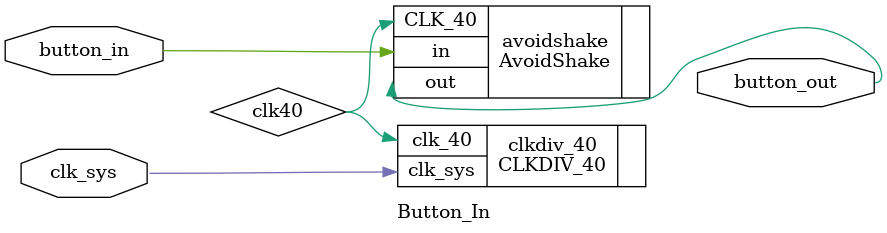
<source format=v>
`timescale 1ns / 1ps

module Button_In(
    input clk_sys,
    input button_in,
    output button_out
    );
    wire clk40;
    CLKDIV_40 clkdiv_40(
        .clk_sys(clk_sys),
        .clk_40(clk40)
    );
    AvoidShake avoidshake(
        .CLK_40(clk40),
        .in(button_in),
        .out(button_out)
    );
endmodule

</source>
